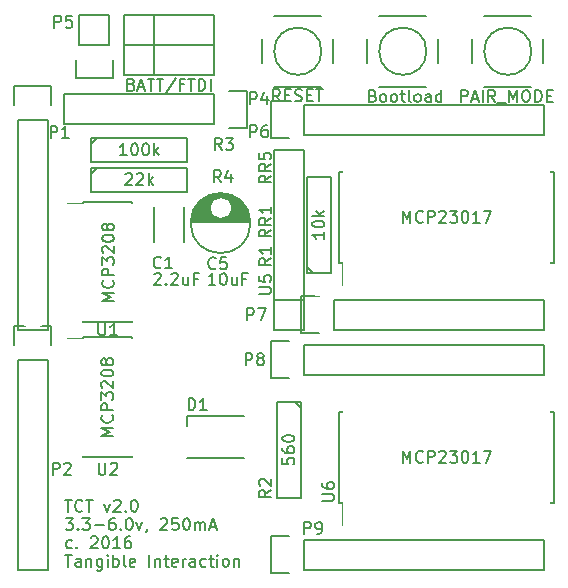
<source format=gto>
G04 #@! TF.FileFunction,Legend,Top*
%FSLAX46Y46*%
G04 Gerber Fmt 4.6, Leading zero omitted, Abs format (unit mm)*
G04 Created by KiCad (PCBNEW 4.0.2-stable) date Thursday, August 11, 2016 'amt' 01:11:01 am*
%MOMM*%
G01*
G04 APERTURE LIST*
%ADD10C,0.100000*%
%ADD11C,0.150000*%
%ADD12R,2.432000X2.432000*%
%ADD13O,2.432000X2.432000*%
%ADD14R,1.000000X2.400000*%
%ADD15R,1.700000X1.700000*%
%ADD16C,1.700000*%
%ADD17C,1.797000*%
%ADD18C,1.924000*%
%ADD19R,2.127200X2.432000*%
%ADD20O,2.127200X2.432000*%
%ADD21R,1.797000X1.797000*%
%ADD22R,1.700000X1.100000*%
%ADD23R,2.432000X2.127200*%
%ADD24O,2.432000X2.127200*%
%ADD25R,1.900000X1.000000*%
G04 APERTURE END LIST*
D10*
D11*
X4235438Y-41704381D02*
X4806867Y-41704381D01*
X4521152Y-42704381D02*
X4521152Y-41704381D01*
X5711629Y-42609143D02*
X5664010Y-42656762D01*
X5521153Y-42704381D01*
X5425915Y-42704381D01*
X5283057Y-42656762D01*
X5187819Y-42561524D01*
X5140200Y-42466286D01*
X5092581Y-42275810D01*
X5092581Y-42132952D01*
X5140200Y-41942476D01*
X5187819Y-41847238D01*
X5283057Y-41752000D01*
X5425915Y-41704381D01*
X5521153Y-41704381D01*
X5664010Y-41752000D01*
X5711629Y-41799619D01*
X5997343Y-41704381D02*
X6568772Y-41704381D01*
X6283057Y-42704381D02*
X6283057Y-41704381D01*
X7568772Y-42037714D02*
X7806867Y-42704381D01*
X8044963Y-42037714D01*
X8378296Y-41799619D02*
X8425915Y-41752000D01*
X8521153Y-41704381D01*
X8759249Y-41704381D01*
X8854487Y-41752000D01*
X8902106Y-41799619D01*
X8949725Y-41894857D01*
X8949725Y-41990095D01*
X8902106Y-42132952D01*
X8330677Y-42704381D01*
X8949725Y-42704381D01*
X9378296Y-42609143D02*
X9425915Y-42656762D01*
X9378296Y-42704381D01*
X9330677Y-42656762D01*
X9378296Y-42609143D01*
X9378296Y-42704381D01*
X10044962Y-41704381D02*
X10140201Y-41704381D01*
X10235439Y-41752000D01*
X10283058Y-41799619D01*
X10330677Y-41894857D01*
X10378296Y-42085333D01*
X10378296Y-42323429D01*
X10330677Y-42513905D01*
X10283058Y-42609143D01*
X10235439Y-42656762D01*
X10140201Y-42704381D01*
X10044962Y-42704381D01*
X9949724Y-42656762D01*
X9902105Y-42609143D01*
X9854486Y-42513905D01*
X9806867Y-42323429D01*
X9806867Y-42085333D01*
X9854486Y-41894857D01*
X9902105Y-41799619D01*
X9949724Y-41752000D01*
X10044962Y-41704381D01*
X4283057Y-43254381D02*
X4902105Y-43254381D01*
X4568771Y-43635333D01*
X4711629Y-43635333D01*
X4806867Y-43682952D01*
X4854486Y-43730571D01*
X4902105Y-43825810D01*
X4902105Y-44063905D01*
X4854486Y-44159143D01*
X4806867Y-44206762D01*
X4711629Y-44254381D01*
X4425914Y-44254381D01*
X4330676Y-44206762D01*
X4283057Y-44159143D01*
X5330676Y-44159143D02*
X5378295Y-44206762D01*
X5330676Y-44254381D01*
X5283057Y-44206762D01*
X5330676Y-44159143D01*
X5330676Y-44254381D01*
X5711628Y-43254381D02*
X6330676Y-43254381D01*
X5997342Y-43635333D01*
X6140200Y-43635333D01*
X6235438Y-43682952D01*
X6283057Y-43730571D01*
X6330676Y-43825810D01*
X6330676Y-44063905D01*
X6283057Y-44159143D01*
X6235438Y-44206762D01*
X6140200Y-44254381D01*
X5854485Y-44254381D01*
X5759247Y-44206762D01*
X5711628Y-44159143D01*
X6759247Y-43873429D02*
X7521152Y-43873429D01*
X8425914Y-43254381D02*
X8235437Y-43254381D01*
X8140199Y-43302000D01*
X8092580Y-43349619D01*
X7997342Y-43492476D01*
X7949723Y-43682952D01*
X7949723Y-44063905D01*
X7997342Y-44159143D01*
X8044961Y-44206762D01*
X8140199Y-44254381D01*
X8330676Y-44254381D01*
X8425914Y-44206762D01*
X8473533Y-44159143D01*
X8521152Y-44063905D01*
X8521152Y-43825810D01*
X8473533Y-43730571D01*
X8425914Y-43682952D01*
X8330676Y-43635333D01*
X8140199Y-43635333D01*
X8044961Y-43682952D01*
X7997342Y-43730571D01*
X7949723Y-43825810D01*
X8949723Y-44159143D02*
X8997342Y-44206762D01*
X8949723Y-44254381D01*
X8902104Y-44206762D01*
X8949723Y-44159143D01*
X8949723Y-44254381D01*
X9616389Y-43254381D02*
X9711628Y-43254381D01*
X9806866Y-43302000D01*
X9854485Y-43349619D01*
X9902104Y-43444857D01*
X9949723Y-43635333D01*
X9949723Y-43873429D01*
X9902104Y-44063905D01*
X9854485Y-44159143D01*
X9806866Y-44206762D01*
X9711628Y-44254381D01*
X9616389Y-44254381D01*
X9521151Y-44206762D01*
X9473532Y-44159143D01*
X9425913Y-44063905D01*
X9378294Y-43873429D01*
X9378294Y-43635333D01*
X9425913Y-43444857D01*
X9473532Y-43349619D01*
X9521151Y-43302000D01*
X9616389Y-43254381D01*
X10283056Y-43587714D02*
X10521151Y-44254381D01*
X10759247Y-43587714D01*
X11187818Y-44206762D02*
X11187818Y-44254381D01*
X11140199Y-44349619D01*
X11092580Y-44397238D01*
X12330675Y-43349619D02*
X12378294Y-43302000D01*
X12473532Y-43254381D01*
X12711628Y-43254381D01*
X12806866Y-43302000D01*
X12854485Y-43349619D01*
X12902104Y-43444857D01*
X12902104Y-43540095D01*
X12854485Y-43682952D01*
X12283056Y-44254381D01*
X12902104Y-44254381D01*
X13806866Y-43254381D02*
X13330675Y-43254381D01*
X13283056Y-43730571D01*
X13330675Y-43682952D01*
X13425913Y-43635333D01*
X13664009Y-43635333D01*
X13759247Y-43682952D01*
X13806866Y-43730571D01*
X13854485Y-43825810D01*
X13854485Y-44063905D01*
X13806866Y-44159143D01*
X13759247Y-44206762D01*
X13664009Y-44254381D01*
X13425913Y-44254381D01*
X13330675Y-44206762D01*
X13283056Y-44159143D01*
X14473532Y-43254381D02*
X14568771Y-43254381D01*
X14664009Y-43302000D01*
X14711628Y-43349619D01*
X14759247Y-43444857D01*
X14806866Y-43635333D01*
X14806866Y-43873429D01*
X14759247Y-44063905D01*
X14711628Y-44159143D01*
X14664009Y-44206762D01*
X14568771Y-44254381D01*
X14473532Y-44254381D01*
X14378294Y-44206762D01*
X14330675Y-44159143D01*
X14283056Y-44063905D01*
X14235437Y-43873429D01*
X14235437Y-43635333D01*
X14283056Y-43444857D01*
X14330675Y-43349619D01*
X14378294Y-43302000D01*
X14473532Y-43254381D01*
X15235437Y-44254381D02*
X15235437Y-43587714D01*
X15235437Y-43682952D02*
X15283056Y-43635333D01*
X15378294Y-43587714D01*
X15521152Y-43587714D01*
X15616390Y-43635333D01*
X15664009Y-43730571D01*
X15664009Y-44254381D01*
X15664009Y-43730571D02*
X15711628Y-43635333D01*
X15806866Y-43587714D01*
X15949723Y-43587714D01*
X16044961Y-43635333D01*
X16092580Y-43730571D01*
X16092580Y-44254381D01*
X16521151Y-43968667D02*
X16997342Y-43968667D01*
X16425913Y-44254381D02*
X16759246Y-43254381D01*
X17092580Y-44254381D01*
X4806867Y-45756762D02*
X4711629Y-45804381D01*
X4521152Y-45804381D01*
X4425914Y-45756762D01*
X4378295Y-45709143D01*
X4330676Y-45613905D01*
X4330676Y-45328190D01*
X4378295Y-45232952D01*
X4425914Y-45185333D01*
X4521152Y-45137714D01*
X4711629Y-45137714D01*
X4806867Y-45185333D01*
X5235438Y-45709143D02*
X5283057Y-45756762D01*
X5235438Y-45804381D01*
X5187819Y-45756762D01*
X5235438Y-45709143D01*
X5235438Y-45804381D01*
X6425914Y-44899619D02*
X6473533Y-44852000D01*
X6568771Y-44804381D01*
X6806867Y-44804381D01*
X6902105Y-44852000D01*
X6949724Y-44899619D01*
X6997343Y-44994857D01*
X6997343Y-45090095D01*
X6949724Y-45232952D01*
X6378295Y-45804381D01*
X6997343Y-45804381D01*
X7616390Y-44804381D02*
X7711629Y-44804381D01*
X7806867Y-44852000D01*
X7854486Y-44899619D01*
X7902105Y-44994857D01*
X7949724Y-45185333D01*
X7949724Y-45423429D01*
X7902105Y-45613905D01*
X7854486Y-45709143D01*
X7806867Y-45756762D01*
X7711629Y-45804381D01*
X7616390Y-45804381D01*
X7521152Y-45756762D01*
X7473533Y-45709143D01*
X7425914Y-45613905D01*
X7378295Y-45423429D01*
X7378295Y-45185333D01*
X7425914Y-44994857D01*
X7473533Y-44899619D01*
X7521152Y-44852000D01*
X7616390Y-44804381D01*
X8902105Y-45804381D02*
X8330676Y-45804381D01*
X8616390Y-45804381D02*
X8616390Y-44804381D01*
X8521152Y-44947238D01*
X8425914Y-45042476D01*
X8330676Y-45090095D01*
X9759248Y-44804381D02*
X9568771Y-44804381D01*
X9473533Y-44852000D01*
X9425914Y-44899619D01*
X9330676Y-45042476D01*
X9283057Y-45232952D01*
X9283057Y-45613905D01*
X9330676Y-45709143D01*
X9378295Y-45756762D01*
X9473533Y-45804381D01*
X9664010Y-45804381D01*
X9759248Y-45756762D01*
X9806867Y-45709143D01*
X9854486Y-45613905D01*
X9854486Y-45375810D01*
X9806867Y-45280571D01*
X9759248Y-45232952D01*
X9664010Y-45185333D01*
X9473533Y-45185333D01*
X9378295Y-45232952D01*
X9330676Y-45280571D01*
X9283057Y-45375810D01*
X4235438Y-46354381D02*
X4806867Y-46354381D01*
X4521152Y-47354381D02*
X4521152Y-46354381D01*
X5568772Y-47354381D02*
X5568772Y-46830571D01*
X5521153Y-46735333D01*
X5425915Y-46687714D01*
X5235438Y-46687714D01*
X5140200Y-46735333D01*
X5568772Y-47306762D02*
X5473534Y-47354381D01*
X5235438Y-47354381D01*
X5140200Y-47306762D01*
X5092581Y-47211524D01*
X5092581Y-47116286D01*
X5140200Y-47021048D01*
X5235438Y-46973429D01*
X5473534Y-46973429D01*
X5568772Y-46925810D01*
X6044962Y-46687714D02*
X6044962Y-47354381D01*
X6044962Y-46782952D02*
X6092581Y-46735333D01*
X6187819Y-46687714D01*
X6330677Y-46687714D01*
X6425915Y-46735333D01*
X6473534Y-46830571D01*
X6473534Y-47354381D01*
X7378296Y-46687714D02*
X7378296Y-47497238D01*
X7330677Y-47592476D01*
X7283058Y-47640095D01*
X7187819Y-47687714D01*
X7044962Y-47687714D01*
X6949724Y-47640095D01*
X7378296Y-47306762D02*
X7283058Y-47354381D01*
X7092581Y-47354381D01*
X6997343Y-47306762D01*
X6949724Y-47259143D01*
X6902105Y-47163905D01*
X6902105Y-46878190D01*
X6949724Y-46782952D01*
X6997343Y-46735333D01*
X7092581Y-46687714D01*
X7283058Y-46687714D01*
X7378296Y-46735333D01*
X7854486Y-47354381D02*
X7854486Y-46687714D01*
X7854486Y-46354381D02*
X7806867Y-46402000D01*
X7854486Y-46449619D01*
X7902105Y-46402000D01*
X7854486Y-46354381D01*
X7854486Y-46449619D01*
X8330676Y-47354381D02*
X8330676Y-46354381D01*
X8330676Y-46735333D02*
X8425914Y-46687714D01*
X8616391Y-46687714D01*
X8711629Y-46735333D01*
X8759248Y-46782952D01*
X8806867Y-46878190D01*
X8806867Y-47163905D01*
X8759248Y-47259143D01*
X8711629Y-47306762D01*
X8616391Y-47354381D01*
X8425914Y-47354381D01*
X8330676Y-47306762D01*
X9378295Y-47354381D02*
X9283057Y-47306762D01*
X9235438Y-47211524D01*
X9235438Y-46354381D01*
X10140201Y-47306762D02*
X10044963Y-47354381D01*
X9854486Y-47354381D01*
X9759248Y-47306762D01*
X9711629Y-47211524D01*
X9711629Y-46830571D01*
X9759248Y-46735333D01*
X9854486Y-46687714D01*
X10044963Y-46687714D01*
X10140201Y-46735333D01*
X10187820Y-46830571D01*
X10187820Y-46925810D01*
X9711629Y-47021048D01*
X11378296Y-47354381D02*
X11378296Y-46354381D01*
X11854486Y-46687714D02*
X11854486Y-47354381D01*
X11854486Y-46782952D02*
X11902105Y-46735333D01*
X11997343Y-46687714D01*
X12140201Y-46687714D01*
X12235439Y-46735333D01*
X12283058Y-46830571D01*
X12283058Y-47354381D01*
X12616391Y-46687714D02*
X12997343Y-46687714D01*
X12759248Y-46354381D02*
X12759248Y-47211524D01*
X12806867Y-47306762D01*
X12902105Y-47354381D01*
X12997343Y-47354381D01*
X13711630Y-47306762D02*
X13616392Y-47354381D01*
X13425915Y-47354381D01*
X13330677Y-47306762D01*
X13283058Y-47211524D01*
X13283058Y-46830571D01*
X13330677Y-46735333D01*
X13425915Y-46687714D01*
X13616392Y-46687714D01*
X13711630Y-46735333D01*
X13759249Y-46830571D01*
X13759249Y-46925810D01*
X13283058Y-47021048D01*
X14187820Y-47354381D02*
X14187820Y-46687714D01*
X14187820Y-46878190D02*
X14235439Y-46782952D01*
X14283058Y-46735333D01*
X14378296Y-46687714D01*
X14473535Y-46687714D01*
X15235440Y-47354381D02*
X15235440Y-46830571D01*
X15187821Y-46735333D01*
X15092583Y-46687714D01*
X14902106Y-46687714D01*
X14806868Y-46735333D01*
X15235440Y-47306762D02*
X15140202Y-47354381D01*
X14902106Y-47354381D01*
X14806868Y-47306762D01*
X14759249Y-47211524D01*
X14759249Y-47116286D01*
X14806868Y-47021048D01*
X14902106Y-46973429D01*
X15140202Y-46973429D01*
X15235440Y-46925810D01*
X16140202Y-47306762D02*
X16044964Y-47354381D01*
X15854487Y-47354381D01*
X15759249Y-47306762D01*
X15711630Y-47259143D01*
X15664011Y-47163905D01*
X15664011Y-46878190D01*
X15711630Y-46782952D01*
X15759249Y-46735333D01*
X15854487Y-46687714D01*
X16044964Y-46687714D01*
X16140202Y-46735333D01*
X16425916Y-46687714D02*
X16806868Y-46687714D01*
X16568773Y-46354381D02*
X16568773Y-47211524D01*
X16616392Y-47306762D01*
X16711630Y-47354381D01*
X16806868Y-47354381D01*
X17140202Y-47354381D02*
X17140202Y-46687714D01*
X17140202Y-46354381D02*
X17092583Y-46402000D01*
X17140202Y-46449619D01*
X17187821Y-46402000D01*
X17140202Y-46354381D01*
X17140202Y-46449619D01*
X17759249Y-47354381D02*
X17664011Y-47306762D01*
X17616392Y-47259143D01*
X17568773Y-47163905D01*
X17568773Y-46878190D01*
X17616392Y-46782952D01*
X17664011Y-46735333D01*
X17759249Y-46687714D01*
X17902107Y-46687714D01*
X17997345Y-46735333D01*
X18044964Y-46782952D01*
X18092583Y-46878190D01*
X18092583Y-47163905D01*
X18044964Y-47259143D01*
X17997345Y-47306762D01*
X17902107Y-47354381D01*
X17759249Y-47354381D01*
X18521154Y-46687714D02*
X18521154Y-47354381D01*
X18521154Y-46782952D02*
X18568773Y-46735333D01*
X18664011Y-46687714D01*
X18806869Y-46687714D01*
X18902107Y-46735333D01*
X18949726Y-46830571D01*
X18949726Y-47354381D01*
X8255600Y-5995000D02*
X8255600Y-4445000D01*
X7975600Y-635000D02*
X7975600Y-3175000D01*
X7975600Y-3175000D02*
X5435600Y-3175000D01*
X5155600Y-4445000D02*
X5155600Y-5995000D01*
X5155600Y-5995000D02*
X8255600Y-5995000D01*
X5435600Y-3175000D02*
X5435600Y-635000D01*
X5435600Y-635000D02*
X7975600Y-635000D01*
X27400200Y-21655000D02*
X27745200Y-21655000D01*
X27400200Y-13905000D02*
X27745200Y-13905000D01*
X45650200Y-13905000D02*
X45305200Y-13905000D01*
X45650200Y-21655000D02*
X45305200Y-21655000D01*
X27400200Y-21655000D02*
X27400200Y-13905000D01*
X45650200Y-21655000D02*
X45650200Y-13905000D01*
X27745200Y-21655000D02*
X27745200Y-23480000D01*
X14900000Y-18193000D02*
X19898000Y-18193000D01*
X14908000Y-18053000D02*
X19890000Y-18053000D01*
X14924000Y-17913000D02*
X17304000Y-17913000D01*
X17494000Y-17913000D02*
X19874000Y-17913000D01*
X14948000Y-17773000D02*
X16909000Y-17773000D01*
X17889000Y-17773000D02*
X19850000Y-17773000D01*
X14981000Y-17633000D02*
X16742000Y-17633000D01*
X18056000Y-17633000D02*
X19817000Y-17633000D01*
X15022000Y-17493000D02*
X16635000Y-17493000D01*
X18163000Y-17493000D02*
X19776000Y-17493000D01*
X15072000Y-17353000D02*
X16564000Y-17353000D01*
X18234000Y-17353000D02*
X19726000Y-17353000D01*
X15133000Y-17213000D02*
X16520000Y-17213000D01*
X18278000Y-17213000D02*
X19665000Y-17213000D01*
X15203000Y-17073000D02*
X16501000Y-17073000D01*
X18297000Y-17073000D02*
X19595000Y-17073000D01*
X15285000Y-16933000D02*
X16503000Y-16933000D01*
X18295000Y-16933000D02*
X19513000Y-16933000D01*
X15380000Y-16793000D02*
X16528000Y-16793000D01*
X18270000Y-16793000D02*
X19418000Y-16793000D01*
X15491000Y-16653000D02*
X16576000Y-16653000D01*
X18222000Y-16653000D02*
X19307000Y-16653000D01*
X15619000Y-16513000D02*
X16654000Y-16513000D01*
X18144000Y-16513000D02*
X19179000Y-16513000D01*
X15768000Y-16373000D02*
X16771000Y-16373000D01*
X18027000Y-16373000D02*
X19030000Y-16373000D01*
X15947000Y-16233000D02*
X16959000Y-16233000D01*
X17839000Y-16233000D02*
X18851000Y-16233000D01*
X16166000Y-16093000D02*
X18632000Y-16093000D01*
X16455000Y-15953000D02*
X18343000Y-15953000D01*
X16927000Y-15813000D02*
X17871000Y-15813000D01*
X18299000Y-17018000D02*
G75*
G03X18299000Y-17018000I-900000J0D01*
G01*
X19936500Y-18268000D02*
G75*
G03X19936500Y-18268000I-2537500J0D01*
G01*
X25940700Y-3719000D02*
G75*
G03X25940700Y-3719000I-2000000J0D01*
G01*
X21940700Y-719000D02*
X25940700Y-719000D01*
X26940700Y-2719000D02*
X26940700Y-4719000D01*
X25940700Y-6719000D02*
X21940700Y-6719000D01*
X20940700Y-2719000D02*
X20940700Y-4719000D01*
X11780200Y-19895000D02*
X11780200Y-16895000D01*
X14280200Y-16895000D02*
X14280200Y-19895000D01*
X27400200Y-41975000D02*
X27745200Y-41975000D01*
X27400200Y-34225000D02*
X27745200Y-34225000D01*
X45650200Y-34225000D02*
X45305200Y-34225000D01*
X45650200Y-41975000D02*
X45305200Y-41975000D01*
X27400200Y-41975000D02*
X27400200Y-34225000D01*
X45650200Y-41975000D02*
X45650200Y-34225000D01*
X27745200Y-41975000D02*
X27745200Y-43800000D01*
X5435600Y-14605000D02*
X6451600Y-14605000D01*
X6451600Y-14605000D02*
X6451600Y-13589000D01*
X6451600Y-13589000D02*
X14579600Y-13589000D01*
X14579600Y-13589000D02*
X14579600Y-15621000D01*
X14579600Y-15621000D02*
X6451600Y-15621000D01*
X6451600Y-15621000D02*
X6451600Y-14605000D01*
X6451600Y-14097000D02*
X6959600Y-13589000D01*
X15595600Y-14605000D02*
X14579600Y-14605000D01*
X16840200Y-9906000D02*
X4140200Y-9906000D01*
X4140200Y-9906000D02*
X4140200Y-7366000D01*
X4140200Y-7366000D02*
X16840200Y-7366000D01*
X19660200Y-10186000D02*
X18110200Y-10186000D01*
X16840200Y-9906000D02*
X16840200Y-7366000D01*
X18110200Y-7086000D02*
X19660200Y-7086000D01*
X19660200Y-7086000D02*
X19660200Y-10186000D01*
X25730200Y-23495000D02*
X25730200Y-22479000D01*
X25730200Y-22479000D02*
X24714200Y-22479000D01*
X24714200Y-22479000D02*
X24714200Y-14351000D01*
X24714200Y-14351000D02*
X26746200Y-14351000D01*
X26746200Y-14351000D02*
X26746200Y-22479000D01*
X26746200Y-22479000D02*
X25730200Y-22479000D01*
X25222200Y-22479000D02*
X24714200Y-21971000D01*
X25730200Y-13335000D02*
X25730200Y-14351000D01*
X9245600Y-5715000D02*
X9245600Y-3175000D01*
X9245600Y-3175000D02*
X16865600Y-3175000D01*
X16865600Y-3175000D02*
X16865600Y-5715000D01*
X16865600Y-5715000D02*
X9245600Y-5715000D01*
X11785600Y-3175000D02*
X11785600Y-5715000D01*
X14518200Y-34565000D02*
X14518200Y-35465000D01*
X14518200Y-38165000D02*
X19418200Y-38165000D01*
X19418200Y-34565000D02*
X14518200Y-34565000D01*
X228600Y-9525000D02*
X228600Y-27305000D01*
X228600Y-27305000D02*
X2768600Y-27305000D01*
X2768600Y-27305000D02*
X2768600Y-9525000D01*
X-51400Y-6705000D02*
X-51400Y-8255000D01*
X228600Y-9525000D02*
X2768600Y-9525000D01*
X3048600Y-8255000D02*
X3048600Y-6705000D01*
X3048600Y-6705000D02*
X-51400Y-6705000D01*
X228600Y-29845000D02*
X228600Y-47625000D01*
X228600Y-47625000D02*
X2768600Y-47625000D01*
X2768600Y-47625000D02*
X2768600Y-29845000D01*
X-51400Y-27025000D02*
X-51400Y-28575000D01*
X228600Y-29845000D02*
X2768600Y-29845000D01*
X3048600Y-28575000D02*
X3048600Y-27025000D01*
X3048600Y-27025000D02*
X-51400Y-27025000D01*
X24460200Y-10795000D02*
X44780200Y-10795000D01*
X44780200Y-10795000D02*
X44780200Y-8255000D01*
X44780200Y-8255000D02*
X24460200Y-8255000D01*
X21640200Y-11075000D02*
X23190200Y-11075000D01*
X24460200Y-10795000D02*
X24460200Y-8255000D01*
X23190200Y-7975000D02*
X21640200Y-7975000D01*
X21640200Y-7975000D02*
X21640200Y-11075000D01*
X27000200Y-27305000D02*
X44780200Y-27305000D01*
X44780200Y-27305000D02*
X44780200Y-24765000D01*
X44780200Y-24765000D02*
X27000200Y-24765000D01*
X24180200Y-27585000D02*
X25730200Y-27585000D01*
X27000200Y-27305000D02*
X27000200Y-24765000D01*
X25730200Y-24485000D02*
X24180200Y-24485000D01*
X24180200Y-24485000D02*
X24180200Y-27585000D01*
X24460200Y-31115000D02*
X44780200Y-31115000D01*
X44780200Y-31115000D02*
X44780200Y-28575000D01*
X44780200Y-28575000D02*
X24460200Y-28575000D01*
X21640200Y-31395000D02*
X23190200Y-31395000D01*
X24460200Y-31115000D02*
X24460200Y-28575000D01*
X23190200Y-28295000D02*
X21640200Y-28295000D01*
X21640200Y-28295000D02*
X21640200Y-31395000D01*
X24460200Y-47625000D02*
X44780200Y-47625000D01*
X44780200Y-47625000D02*
X44780200Y-45085000D01*
X44780200Y-45085000D02*
X24460200Y-45085000D01*
X21640200Y-47905000D02*
X23190200Y-47905000D01*
X24460200Y-47625000D02*
X24460200Y-45085000D01*
X23190200Y-44805000D02*
X21640200Y-44805000D01*
X21640200Y-44805000D02*
X21640200Y-47905000D01*
X23190200Y-32385000D02*
X23190200Y-33401000D01*
X23190200Y-33401000D02*
X24206200Y-33401000D01*
X24206200Y-33401000D02*
X24206200Y-41529000D01*
X24206200Y-41529000D02*
X22174200Y-41529000D01*
X22174200Y-41529000D02*
X22174200Y-33401000D01*
X22174200Y-33401000D02*
X23190200Y-33401000D01*
X23698200Y-33401000D02*
X24206200Y-33909000D01*
X23190200Y-42545000D02*
X23190200Y-41529000D01*
X5435600Y-12065000D02*
X6451600Y-12065000D01*
X6451600Y-12065000D02*
X6451600Y-11049000D01*
X6451600Y-11049000D02*
X14579600Y-11049000D01*
X14579600Y-11049000D02*
X14579600Y-13081000D01*
X14579600Y-13081000D02*
X6451600Y-13081000D01*
X6451600Y-13081000D02*
X6451600Y-12065000D01*
X6451600Y-11557000D02*
X6959600Y-11049000D01*
X15595600Y-12065000D02*
X14579600Y-12065000D01*
X21920200Y-12065000D02*
X24460200Y-12065000D01*
X24460200Y-12065000D02*
X24460200Y-27305000D01*
X24460200Y-27305000D02*
X21920200Y-27305000D01*
X21920200Y-12065000D02*
X21920200Y-27305000D01*
X21920200Y-24765000D02*
X24460200Y-24765000D01*
X9245600Y-3175000D02*
X9245600Y-635000D01*
X9245600Y-635000D02*
X16865600Y-635000D01*
X16865600Y-635000D02*
X16865600Y-3175000D01*
X16865600Y-3175000D02*
X9245600Y-3175000D01*
X11785600Y-635000D02*
X11785600Y-3175000D01*
X5740600Y-16515000D02*
X5740600Y-16620000D01*
X9890600Y-16515000D02*
X9890600Y-16620000D01*
X9890600Y-26665000D02*
X9890600Y-26560000D01*
X5740600Y-26665000D02*
X5740600Y-26560000D01*
X5740600Y-16515000D02*
X9890600Y-16515000D01*
X5740600Y-26665000D02*
X9890600Y-26665000D01*
X5740600Y-16620000D02*
X4365600Y-16620000D01*
X5773600Y-27945000D02*
X5773600Y-28050000D01*
X9923600Y-27945000D02*
X9923600Y-28050000D01*
X9923600Y-38095000D02*
X9923600Y-37990000D01*
X5773600Y-38095000D02*
X5773600Y-37990000D01*
X5773600Y-27945000D02*
X9923600Y-27945000D01*
X5773600Y-38095000D02*
X9923600Y-38095000D01*
X5773600Y-28050000D02*
X4398600Y-28050000D01*
X34830700Y-3719000D02*
G75*
G03X34830700Y-3719000I-2000000J0D01*
G01*
X30830700Y-719000D02*
X34830700Y-719000D01*
X35830700Y-2719000D02*
X35830700Y-4719000D01*
X34830700Y-6719000D02*
X30830700Y-6719000D01*
X29830700Y-2719000D02*
X29830700Y-4719000D01*
X43720700Y-3719000D02*
G75*
G03X43720700Y-3719000I-2000000J0D01*
G01*
X39720700Y-719000D02*
X43720700Y-719000D01*
X44720700Y-2719000D02*
X44720700Y-4719000D01*
X43720700Y-6719000D02*
X39720700Y-6719000D01*
X38720700Y-2719000D02*
X38720700Y-4719000D01*
X3338605Y-1722381D02*
X3338605Y-722381D01*
X3719558Y-722381D01*
X3814796Y-770000D01*
X3862415Y-817619D01*
X3910034Y-912857D01*
X3910034Y-1055714D01*
X3862415Y-1150952D01*
X3814796Y-1198571D01*
X3719558Y-1246190D01*
X3338605Y-1246190D01*
X4814796Y-722381D02*
X4338605Y-722381D01*
X4290986Y-1198571D01*
X4338605Y-1150952D01*
X4433843Y-1103333D01*
X4671939Y-1103333D01*
X4767177Y-1150952D01*
X4814796Y-1198571D01*
X4862415Y-1293810D01*
X4862415Y-1531905D01*
X4814796Y-1627143D01*
X4767177Y-1674762D01*
X4671939Y-1722381D01*
X4433843Y-1722381D01*
X4338605Y-1674762D01*
X4290986Y-1627143D01*
X20674081Y-24256905D02*
X21483605Y-24256905D01*
X21578843Y-24209286D01*
X21626462Y-24161667D01*
X21674081Y-24066429D01*
X21674081Y-23875952D01*
X21626462Y-23780714D01*
X21578843Y-23733095D01*
X21483605Y-23685476D01*
X20674081Y-23685476D01*
X20674081Y-22733095D02*
X20674081Y-23209286D01*
X21150271Y-23256905D01*
X21102652Y-23209286D01*
X21055033Y-23114048D01*
X21055033Y-22875952D01*
X21102652Y-22780714D01*
X21150271Y-22733095D01*
X21245510Y-22685476D01*
X21483605Y-22685476D01*
X21578843Y-22733095D01*
X21626462Y-22780714D01*
X21674081Y-22875952D01*
X21674081Y-23114048D01*
X21626462Y-23209286D01*
X21578843Y-23256905D01*
X32810914Y-18232381D02*
X32810914Y-17232381D01*
X33144248Y-17946667D01*
X33477581Y-17232381D01*
X33477581Y-18232381D01*
X34525200Y-18137143D02*
X34477581Y-18184762D01*
X34334724Y-18232381D01*
X34239486Y-18232381D01*
X34096628Y-18184762D01*
X34001390Y-18089524D01*
X33953771Y-17994286D01*
X33906152Y-17803810D01*
X33906152Y-17660952D01*
X33953771Y-17470476D01*
X34001390Y-17375238D01*
X34096628Y-17280000D01*
X34239486Y-17232381D01*
X34334724Y-17232381D01*
X34477581Y-17280000D01*
X34525200Y-17327619D01*
X34953771Y-18232381D02*
X34953771Y-17232381D01*
X35334724Y-17232381D01*
X35429962Y-17280000D01*
X35477581Y-17327619D01*
X35525200Y-17422857D01*
X35525200Y-17565714D01*
X35477581Y-17660952D01*
X35429962Y-17708571D01*
X35334724Y-17756190D01*
X34953771Y-17756190D01*
X35906152Y-17327619D02*
X35953771Y-17280000D01*
X36049009Y-17232381D01*
X36287105Y-17232381D01*
X36382343Y-17280000D01*
X36429962Y-17327619D01*
X36477581Y-17422857D01*
X36477581Y-17518095D01*
X36429962Y-17660952D01*
X35858533Y-18232381D01*
X36477581Y-18232381D01*
X36810914Y-17232381D02*
X37429962Y-17232381D01*
X37096628Y-17613333D01*
X37239486Y-17613333D01*
X37334724Y-17660952D01*
X37382343Y-17708571D01*
X37429962Y-17803810D01*
X37429962Y-18041905D01*
X37382343Y-18137143D01*
X37334724Y-18184762D01*
X37239486Y-18232381D01*
X36953771Y-18232381D01*
X36858533Y-18184762D01*
X36810914Y-18137143D01*
X38049009Y-17232381D02*
X38144248Y-17232381D01*
X38239486Y-17280000D01*
X38287105Y-17327619D01*
X38334724Y-17422857D01*
X38382343Y-17613333D01*
X38382343Y-17851429D01*
X38334724Y-18041905D01*
X38287105Y-18137143D01*
X38239486Y-18184762D01*
X38144248Y-18232381D01*
X38049009Y-18232381D01*
X37953771Y-18184762D01*
X37906152Y-18137143D01*
X37858533Y-18041905D01*
X37810914Y-17851429D01*
X37810914Y-17613333D01*
X37858533Y-17422857D01*
X37906152Y-17327619D01*
X37953771Y-17280000D01*
X38049009Y-17232381D01*
X39334724Y-18232381D02*
X38763295Y-18232381D01*
X39049009Y-18232381D02*
X39049009Y-17232381D01*
X38953771Y-17375238D01*
X38858533Y-17470476D01*
X38763295Y-17518095D01*
X39668057Y-17232381D02*
X40334724Y-17232381D01*
X39906152Y-18232381D01*
X16978334Y-22074143D02*
X16930715Y-22121762D01*
X16787858Y-22169381D01*
X16692620Y-22169381D01*
X16549762Y-22121762D01*
X16454524Y-22026524D01*
X16406905Y-21931286D01*
X16359286Y-21740810D01*
X16359286Y-21597952D01*
X16406905Y-21407476D01*
X16454524Y-21312238D01*
X16549762Y-21217000D01*
X16692620Y-21169381D01*
X16787858Y-21169381D01*
X16930715Y-21217000D01*
X16978334Y-21264619D01*
X17883096Y-21169381D02*
X17406905Y-21169381D01*
X17359286Y-21645571D01*
X17406905Y-21597952D01*
X17502143Y-21550333D01*
X17740239Y-21550333D01*
X17835477Y-21597952D01*
X17883096Y-21645571D01*
X17930715Y-21740810D01*
X17930715Y-21978905D01*
X17883096Y-22074143D01*
X17835477Y-22121762D01*
X17740239Y-22169381D01*
X17502143Y-22169381D01*
X17406905Y-22121762D01*
X17359286Y-22074143D01*
X16962572Y-23502881D02*
X16391143Y-23502881D01*
X16676857Y-23502881D02*
X16676857Y-22502881D01*
X16581619Y-22645738D01*
X16486381Y-22740976D01*
X16391143Y-22788595D01*
X17581619Y-22502881D02*
X17676858Y-22502881D01*
X17772096Y-22550500D01*
X17819715Y-22598119D01*
X17867334Y-22693357D01*
X17914953Y-22883833D01*
X17914953Y-23121929D01*
X17867334Y-23312405D01*
X17819715Y-23407643D01*
X17772096Y-23455262D01*
X17676858Y-23502881D01*
X17581619Y-23502881D01*
X17486381Y-23455262D01*
X17438762Y-23407643D01*
X17391143Y-23312405D01*
X17343524Y-23121929D01*
X17343524Y-22883833D01*
X17391143Y-22693357D01*
X17438762Y-22598119D01*
X17486381Y-22550500D01*
X17581619Y-22502881D01*
X18772096Y-22836214D02*
X18772096Y-23502881D01*
X18343524Y-22836214D02*
X18343524Y-23360024D01*
X18391143Y-23455262D01*
X18486381Y-23502881D01*
X18629239Y-23502881D01*
X18724477Y-23455262D01*
X18772096Y-23407643D01*
X19581620Y-22979071D02*
X19248286Y-22979071D01*
X19248286Y-23502881D02*
X19248286Y-22502881D01*
X19724477Y-22502881D01*
X22436319Y-7945381D02*
X22102985Y-7469190D01*
X21864890Y-7945381D02*
X21864890Y-6945381D01*
X22245843Y-6945381D01*
X22341081Y-6993000D01*
X22388700Y-7040619D01*
X22436319Y-7135857D01*
X22436319Y-7278714D01*
X22388700Y-7373952D01*
X22341081Y-7421571D01*
X22245843Y-7469190D01*
X21864890Y-7469190D01*
X22864890Y-7421571D02*
X23198224Y-7421571D01*
X23341081Y-7945381D02*
X22864890Y-7945381D01*
X22864890Y-6945381D01*
X23341081Y-6945381D01*
X23722033Y-7897762D02*
X23864890Y-7945381D01*
X24102986Y-7945381D01*
X24198224Y-7897762D01*
X24245843Y-7850143D01*
X24293462Y-7754905D01*
X24293462Y-7659667D01*
X24245843Y-7564429D01*
X24198224Y-7516810D01*
X24102986Y-7469190D01*
X23912509Y-7421571D01*
X23817271Y-7373952D01*
X23769652Y-7326333D01*
X23722033Y-7231095D01*
X23722033Y-7135857D01*
X23769652Y-7040619D01*
X23817271Y-6993000D01*
X23912509Y-6945381D01*
X24150605Y-6945381D01*
X24293462Y-6993000D01*
X24722033Y-7421571D02*
X25055367Y-7421571D01*
X25198224Y-7945381D02*
X24722033Y-7945381D01*
X24722033Y-6945381D01*
X25198224Y-6945381D01*
X25483938Y-6945381D02*
X26055367Y-6945381D01*
X25769652Y-7945381D02*
X25769652Y-6945381D01*
X12355534Y-22010643D02*
X12307915Y-22058262D01*
X12165058Y-22105881D01*
X12069820Y-22105881D01*
X11926962Y-22058262D01*
X11831724Y-21963024D01*
X11784105Y-21867786D01*
X11736486Y-21677310D01*
X11736486Y-21534452D01*
X11784105Y-21343976D01*
X11831724Y-21248738D01*
X11926962Y-21153500D01*
X12069820Y-21105881D01*
X12165058Y-21105881D01*
X12307915Y-21153500D01*
X12355534Y-21201119D01*
X13307915Y-22105881D02*
X12736486Y-22105881D01*
X13022200Y-22105881D02*
X13022200Y-21105881D01*
X12926962Y-21248738D01*
X12831724Y-21343976D01*
X12736486Y-21391595D01*
X11784248Y-22598119D02*
X11831867Y-22550500D01*
X11927105Y-22502881D01*
X12165201Y-22502881D01*
X12260439Y-22550500D01*
X12308058Y-22598119D01*
X12355677Y-22693357D01*
X12355677Y-22788595D01*
X12308058Y-22931452D01*
X11736629Y-23502881D01*
X12355677Y-23502881D01*
X12784248Y-23407643D02*
X12831867Y-23455262D01*
X12784248Y-23502881D01*
X12736629Y-23455262D01*
X12784248Y-23407643D01*
X12784248Y-23502881D01*
X13212819Y-22598119D02*
X13260438Y-22550500D01*
X13355676Y-22502881D01*
X13593772Y-22502881D01*
X13689010Y-22550500D01*
X13736629Y-22598119D01*
X13784248Y-22693357D01*
X13784248Y-22788595D01*
X13736629Y-22931452D01*
X13165200Y-23502881D01*
X13784248Y-23502881D01*
X14641391Y-22836214D02*
X14641391Y-23502881D01*
X14212819Y-22836214D02*
X14212819Y-23360024D01*
X14260438Y-23455262D01*
X14355676Y-23502881D01*
X14498534Y-23502881D01*
X14593772Y-23455262D01*
X14641391Y-23407643D01*
X15450915Y-22979071D02*
X15117581Y-22979071D01*
X15117581Y-23502881D02*
X15117581Y-22502881D01*
X15593772Y-22502881D01*
X26008081Y-41782905D02*
X26817605Y-41782905D01*
X26912843Y-41735286D01*
X26960462Y-41687667D01*
X27008081Y-41592429D01*
X27008081Y-41401952D01*
X26960462Y-41306714D01*
X26912843Y-41259095D01*
X26817605Y-41211476D01*
X26008081Y-41211476D01*
X26008081Y-40306714D02*
X26008081Y-40497191D01*
X26055700Y-40592429D01*
X26103319Y-40640048D01*
X26246176Y-40735286D01*
X26436652Y-40782905D01*
X26817605Y-40782905D01*
X26912843Y-40735286D01*
X26960462Y-40687667D01*
X27008081Y-40592429D01*
X27008081Y-40401952D01*
X26960462Y-40306714D01*
X26912843Y-40259095D01*
X26817605Y-40211476D01*
X26579510Y-40211476D01*
X26484271Y-40259095D01*
X26436652Y-40306714D01*
X26389033Y-40401952D01*
X26389033Y-40592429D01*
X26436652Y-40687667D01*
X26484271Y-40735286D01*
X26579510Y-40782905D01*
X32810914Y-38552381D02*
X32810914Y-37552381D01*
X33144248Y-38266667D01*
X33477581Y-37552381D01*
X33477581Y-38552381D01*
X34525200Y-38457143D02*
X34477581Y-38504762D01*
X34334724Y-38552381D01*
X34239486Y-38552381D01*
X34096628Y-38504762D01*
X34001390Y-38409524D01*
X33953771Y-38314286D01*
X33906152Y-38123810D01*
X33906152Y-37980952D01*
X33953771Y-37790476D01*
X34001390Y-37695238D01*
X34096628Y-37600000D01*
X34239486Y-37552381D01*
X34334724Y-37552381D01*
X34477581Y-37600000D01*
X34525200Y-37647619D01*
X34953771Y-38552381D02*
X34953771Y-37552381D01*
X35334724Y-37552381D01*
X35429962Y-37600000D01*
X35477581Y-37647619D01*
X35525200Y-37742857D01*
X35525200Y-37885714D01*
X35477581Y-37980952D01*
X35429962Y-38028571D01*
X35334724Y-38076190D01*
X34953771Y-38076190D01*
X35906152Y-37647619D02*
X35953771Y-37600000D01*
X36049009Y-37552381D01*
X36287105Y-37552381D01*
X36382343Y-37600000D01*
X36429962Y-37647619D01*
X36477581Y-37742857D01*
X36477581Y-37838095D01*
X36429962Y-37980952D01*
X35858533Y-38552381D01*
X36477581Y-38552381D01*
X36810914Y-37552381D02*
X37429962Y-37552381D01*
X37096628Y-37933333D01*
X37239486Y-37933333D01*
X37334724Y-37980952D01*
X37382343Y-38028571D01*
X37429962Y-38123810D01*
X37429962Y-38361905D01*
X37382343Y-38457143D01*
X37334724Y-38504762D01*
X37239486Y-38552381D01*
X36953771Y-38552381D01*
X36858533Y-38504762D01*
X36810914Y-38457143D01*
X38049009Y-37552381D02*
X38144248Y-37552381D01*
X38239486Y-37600000D01*
X38287105Y-37647619D01*
X38334724Y-37742857D01*
X38382343Y-37933333D01*
X38382343Y-38171429D01*
X38334724Y-38361905D01*
X38287105Y-38457143D01*
X38239486Y-38504762D01*
X38144248Y-38552381D01*
X38049009Y-38552381D01*
X37953771Y-38504762D01*
X37906152Y-38457143D01*
X37858533Y-38361905D01*
X37810914Y-38171429D01*
X37810914Y-37933333D01*
X37858533Y-37742857D01*
X37906152Y-37647619D01*
X37953771Y-37600000D01*
X38049009Y-37552381D01*
X39334724Y-38552381D02*
X38763295Y-38552381D01*
X39049009Y-38552381D02*
X39049009Y-37552381D01*
X38953771Y-37695238D01*
X38858533Y-37790476D01*
X38763295Y-37838095D01*
X39668057Y-37552381D02*
X40334724Y-37552381D01*
X39906152Y-38552381D01*
X17435534Y-14803381D02*
X17102200Y-14327190D01*
X16864105Y-14803381D02*
X16864105Y-13803381D01*
X17245058Y-13803381D01*
X17340296Y-13851000D01*
X17387915Y-13898619D01*
X17435534Y-13993857D01*
X17435534Y-14136714D01*
X17387915Y-14231952D01*
X17340296Y-14279571D01*
X17245058Y-14327190D01*
X16864105Y-14327190D01*
X18292677Y-14136714D02*
X18292677Y-14803381D01*
X18054581Y-13755762D02*
X17816486Y-14470048D01*
X18435534Y-14470048D01*
X9348933Y-14152619D02*
X9396552Y-14105000D01*
X9491790Y-14057381D01*
X9729886Y-14057381D01*
X9825124Y-14105000D01*
X9872743Y-14152619D01*
X9920362Y-14247857D01*
X9920362Y-14343095D01*
X9872743Y-14485952D01*
X9301314Y-15057381D01*
X9920362Y-15057381D01*
X10301314Y-14152619D02*
X10348933Y-14105000D01*
X10444171Y-14057381D01*
X10682267Y-14057381D01*
X10777505Y-14105000D01*
X10825124Y-14152619D01*
X10872743Y-14247857D01*
X10872743Y-14343095D01*
X10825124Y-14485952D01*
X10253695Y-15057381D01*
X10872743Y-15057381D01*
X11301314Y-15057381D02*
X11301314Y-14057381D01*
X11396552Y-14676429D02*
X11682267Y-15057381D01*
X11682267Y-14390714D02*
X11301314Y-14771667D01*
X19912105Y-8199381D02*
X19912105Y-7199381D01*
X20293058Y-7199381D01*
X20388296Y-7247000D01*
X20435915Y-7294619D01*
X20483534Y-7389857D01*
X20483534Y-7532714D01*
X20435915Y-7627952D01*
X20388296Y-7675571D01*
X20293058Y-7723190D01*
X19912105Y-7723190D01*
X21340677Y-7532714D02*
X21340677Y-8199381D01*
X21102581Y-7151762D02*
X20864486Y-7866048D01*
X21483534Y-7866048D01*
X21674081Y-21248666D02*
X21197890Y-21582000D01*
X21674081Y-21820095D02*
X20674081Y-21820095D01*
X20674081Y-21439142D01*
X20721700Y-21343904D01*
X20769319Y-21296285D01*
X20864557Y-21248666D01*
X21007414Y-21248666D01*
X21102652Y-21296285D01*
X21150271Y-21343904D01*
X21197890Y-21439142D01*
X21197890Y-21820095D01*
X21674081Y-20296285D02*
X21674081Y-20867714D01*
X21674081Y-20582000D02*
X20674081Y-20582000D01*
X20816938Y-20677238D01*
X20912176Y-20772476D01*
X20959795Y-20867714D01*
X26182581Y-19010238D02*
X26182581Y-19581667D01*
X26182581Y-19295953D02*
X25182581Y-19295953D01*
X25325438Y-19391191D01*
X25420676Y-19486429D01*
X25468295Y-19581667D01*
X25182581Y-18391191D02*
X25182581Y-18295952D01*
X25230200Y-18200714D01*
X25277819Y-18153095D01*
X25373057Y-18105476D01*
X25563533Y-18057857D01*
X25801629Y-18057857D01*
X25992105Y-18105476D01*
X26087343Y-18153095D01*
X26134962Y-18200714D01*
X26182581Y-18295952D01*
X26182581Y-18391191D01*
X26134962Y-18486429D01*
X26087343Y-18534048D01*
X25992105Y-18581667D01*
X25801629Y-18629286D01*
X25563533Y-18629286D01*
X25373057Y-18581667D01*
X25277819Y-18534048D01*
X25230200Y-18486429D01*
X25182581Y-18391191D01*
X26182581Y-17629286D02*
X25182581Y-17629286D01*
X25801629Y-17534048D02*
X26182581Y-17248333D01*
X25515914Y-17248333D02*
X25896867Y-17629286D01*
X9839724Y-6532571D02*
X9982581Y-6580190D01*
X10030200Y-6627810D01*
X10077819Y-6723048D01*
X10077819Y-6865905D01*
X10030200Y-6961143D01*
X9982581Y-7008762D01*
X9887343Y-7056381D01*
X9506390Y-7056381D01*
X9506390Y-6056381D01*
X9839724Y-6056381D01*
X9934962Y-6104000D01*
X9982581Y-6151619D01*
X10030200Y-6246857D01*
X10030200Y-6342095D01*
X9982581Y-6437333D01*
X9934962Y-6484952D01*
X9839724Y-6532571D01*
X9506390Y-6532571D01*
X10458771Y-6770667D02*
X10934962Y-6770667D01*
X10363533Y-7056381D02*
X10696866Y-6056381D01*
X11030200Y-7056381D01*
X11220676Y-6056381D02*
X11792105Y-6056381D01*
X11506390Y-7056381D02*
X11506390Y-6056381D01*
X11982581Y-6056381D02*
X12554010Y-6056381D01*
X12268295Y-7056381D02*
X12268295Y-6056381D01*
X13601629Y-6008762D02*
X12744486Y-7294476D01*
X14268296Y-6532571D02*
X13934962Y-6532571D01*
X13934962Y-7056381D02*
X13934962Y-6056381D01*
X14411153Y-6056381D01*
X14649248Y-6056381D02*
X15220677Y-6056381D01*
X14934962Y-7056381D02*
X14934962Y-6056381D01*
X15554010Y-7056381D02*
X15554010Y-6056381D01*
X15792105Y-6056381D01*
X15934963Y-6104000D01*
X16030201Y-6199238D01*
X16077820Y-6294476D01*
X16125439Y-6484952D01*
X16125439Y-6627810D01*
X16077820Y-6818286D01*
X16030201Y-6913524D01*
X15934963Y-7008762D01*
X15792105Y-7056381D01*
X15554010Y-7056381D01*
X16554010Y-7056381D02*
X16554010Y-6056381D01*
X14705105Y-34107381D02*
X14705105Y-33107381D01*
X14943200Y-33107381D01*
X15086058Y-33155000D01*
X15181296Y-33250238D01*
X15228915Y-33345476D01*
X15276534Y-33535952D01*
X15276534Y-33678810D01*
X15228915Y-33869286D01*
X15181296Y-33964524D01*
X15086058Y-34059762D01*
X14943200Y-34107381D01*
X14705105Y-34107381D01*
X16228915Y-34107381D02*
X15657486Y-34107381D01*
X15943200Y-34107381D02*
X15943200Y-33107381D01*
X15847962Y-33250238D01*
X15752724Y-33345476D01*
X15657486Y-33393095D01*
X3021105Y-11056881D02*
X3021105Y-10056881D01*
X3402058Y-10056881D01*
X3497296Y-10104500D01*
X3544915Y-10152119D01*
X3592534Y-10247357D01*
X3592534Y-10390214D01*
X3544915Y-10485452D01*
X3497296Y-10533071D01*
X3402058Y-10580690D01*
X3021105Y-10580690D01*
X4544915Y-11056881D02*
X3973486Y-11056881D01*
X4259200Y-11056881D02*
X4259200Y-10056881D01*
X4163962Y-10199738D01*
X4068724Y-10294976D01*
X3973486Y-10342595D01*
X3211605Y-39568381D02*
X3211605Y-38568381D01*
X3592558Y-38568381D01*
X3687796Y-38616000D01*
X3735415Y-38663619D01*
X3783034Y-38758857D01*
X3783034Y-38901714D01*
X3735415Y-38996952D01*
X3687796Y-39044571D01*
X3592558Y-39092190D01*
X3211605Y-39092190D01*
X4163986Y-38663619D02*
X4211605Y-38616000D01*
X4306843Y-38568381D01*
X4544939Y-38568381D01*
X4640177Y-38616000D01*
X4687796Y-38663619D01*
X4735415Y-38758857D01*
X4735415Y-38854095D01*
X4687796Y-38996952D01*
X4116367Y-39568381D01*
X4735415Y-39568381D01*
X19912105Y-10993381D02*
X19912105Y-9993381D01*
X20293058Y-9993381D01*
X20388296Y-10041000D01*
X20435915Y-10088619D01*
X20483534Y-10183857D01*
X20483534Y-10326714D01*
X20435915Y-10421952D01*
X20388296Y-10469571D01*
X20293058Y-10517190D01*
X19912105Y-10517190D01*
X21340677Y-9993381D02*
X21150200Y-9993381D01*
X21054962Y-10041000D01*
X21007343Y-10088619D01*
X20912105Y-10231476D01*
X20864486Y-10421952D01*
X20864486Y-10802905D01*
X20912105Y-10898143D01*
X20959724Y-10945762D01*
X21054962Y-10993381D01*
X21245439Y-10993381D01*
X21340677Y-10945762D01*
X21388296Y-10898143D01*
X21435915Y-10802905D01*
X21435915Y-10564810D01*
X21388296Y-10469571D01*
X21340677Y-10421952D01*
X21245439Y-10374333D01*
X21054962Y-10374333D01*
X20959724Y-10421952D01*
X20912105Y-10469571D01*
X20864486Y-10564810D01*
X19658105Y-26487381D02*
X19658105Y-25487381D01*
X20039058Y-25487381D01*
X20134296Y-25535000D01*
X20181915Y-25582619D01*
X20229534Y-25677857D01*
X20229534Y-25820714D01*
X20181915Y-25915952D01*
X20134296Y-25963571D01*
X20039058Y-26011190D01*
X19658105Y-26011190D01*
X20562867Y-25487381D02*
X21229534Y-25487381D01*
X20800962Y-26487381D01*
X19531105Y-30297381D02*
X19531105Y-29297381D01*
X19912058Y-29297381D01*
X20007296Y-29345000D01*
X20054915Y-29392619D01*
X20102534Y-29487857D01*
X20102534Y-29630714D01*
X20054915Y-29725952D01*
X20007296Y-29773571D01*
X19912058Y-29821190D01*
X19531105Y-29821190D01*
X20673962Y-29725952D02*
X20578724Y-29678333D01*
X20531105Y-29630714D01*
X20483486Y-29535476D01*
X20483486Y-29487857D01*
X20531105Y-29392619D01*
X20578724Y-29345000D01*
X20673962Y-29297381D01*
X20864439Y-29297381D01*
X20959677Y-29345000D01*
X21007296Y-29392619D01*
X21054915Y-29487857D01*
X21054915Y-29535476D01*
X21007296Y-29630714D01*
X20959677Y-29678333D01*
X20864439Y-29725952D01*
X20673962Y-29725952D01*
X20578724Y-29773571D01*
X20531105Y-29821190D01*
X20483486Y-29916429D01*
X20483486Y-30106905D01*
X20531105Y-30202143D01*
X20578724Y-30249762D01*
X20673962Y-30297381D01*
X20864439Y-30297381D01*
X20959677Y-30249762D01*
X21007296Y-30202143D01*
X21054915Y-30106905D01*
X21054915Y-29916429D01*
X21007296Y-29821190D01*
X20959677Y-29773571D01*
X20864439Y-29725952D01*
X24484105Y-44584881D02*
X24484105Y-43584881D01*
X24865058Y-43584881D01*
X24960296Y-43632500D01*
X25007915Y-43680119D01*
X25055534Y-43775357D01*
X25055534Y-43918214D01*
X25007915Y-44013452D01*
X24960296Y-44061071D01*
X24865058Y-44108690D01*
X24484105Y-44108690D01*
X25531724Y-44584881D02*
X25722200Y-44584881D01*
X25817439Y-44537262D01*
X25865058Y-44489643D01*
X25960296Y-44346786D01*
X26007915Y-44156310D01*
X26007915Y-43775357D01*
X25960296Y-43680119D01*
X25912677Y-43632500D01*
X25817439Y-43584881D01*
X25626962Y-43584881D01*
X25531724Y-43632500D01*
X25484105Y-43680119D01*
X25436486Y-43775357D01*
X25436486Y-44013452D01*
X25484105Y-44108690D01*
X25531724Y-44156310D01*
X25626962Y-44203929D01*
X25817439Y-44203929D01*
X25912677Y-44156310D01*
X25960296Y-44108690D01*
X26007915Y-44013452D01*
X21674081Y-40870166D02*
X21197890Y-41203500D01*
X21674081Y-41441595D02*
X20674081Y-41441595D01*
X20674081Y-41060642D01*
X20721700Y-40965404D01*
X20769319Y-40917785D01*
X20864557Y-40870166D01*
X21007414Y-40870166D01*
X21102652Y-40917785D01*
X21150271Y-40965404D01*
X21197890Y-41060642D01*
X21197890Y-41441595D01*
X20769319Y-40489214D02*
X20721700Y-40441595D01*
X20674081Y-40346357D01*
X20674081Y-40108261D01*
X20721700Y-40013023D01*
X20769319Y-39965404D01*
X20864557Y-39917785D01*
X20959795Y-39917785D01*
X21102652Y-39965404D01*
X21674081Y-40536833D01*
X21674081Y-39917785D01*
X22642581Y-38179285D02*
X22642581Y-38655476D01*
X23118771Y-38703095D01*
X23071152Y-38655476D01*
X23023533Y-38560238D01*
X23023533Y-38322142D01*
X23071152Y-38226904D01*
X23118771Y-38179285D01*
X23214010Y-38131666D01*
X23452105Y-38131666D01*
X23547343Y-38179285D01*
X23594962Y-38226904D01*
X23642581Y-38322142D01*
X23642581Y-38560238D01*
X23594962Y-38655476D01*
X23547343Y-38703095D01*
X22642581Y-37274523D02*
X22642581Y-37465000D01*
X22690200Y-37560238D01*
X22737819Y-37607857D01*
X22880676Y-37703095D01*
X23071152Y-37750714D01*
X23452105Y-37750714D01*
X23547343Y-37703095D01*
X23594962Y-37655476D01*
X23642581Y-37560238D01*
X23642581Y-37369761D01*
X23594962Y-37274523D01*
X23547343Y-37226904D01*
X23452105Y-37179285D01*
X23214010Y-37179285D01*
X23118771Y-37226904D01*
X23071152Y-37274523D01*
X23023533Y-37369761D01*
X23023533Y-37560238D01*
X23071152Y-37655476D01*
X23118771Y-37703095D01*
X23214010Y-37750714D01*
X22642581Y-36560238D02*
X22642581Y-36464999D01*
X22690200Y-36369761D01*
X22737819Y-36322142D01*
X22833057Y-36274523D01*
X23023533Y-36226904D01*
X23261629Y-36226904D01*
X23452105Y-36274523D01*
X23547343Y-36322142D01*
X23594962Y-36369761D01*
X23642581Y-36464999D01*
X23642581Y-36560238D01*
X23594962Y-36655476D01*
X23547343Y-36703095D01*
X23452105Y-36750714D01*
X23261629Y-36798333D01*
X23023533Y-36798333D01*
X22833057Y-36750714D01*
X22737819Y-36703095D01*
X22690200Y-36655476D01*
X22642581Y-36560238D01*
X17499034Y-12072881D02*
X17165700Y-11596690D01*
X16927605Y-12072881D02*
X16927605Y-11072881D01*
X17308558Y-11072881D01*
X17403796Y-11120500D01*
X17451415Y-11168119D01*
X17499034Y-11263357D01*
X17499034Y-11406214D01*
X17451415Y-11501452D01*
X17403796Y-11549071D01*
X17308558Y-11596690D01*
X16927605Y-11596690D01*
X17832367Y-11072881D02*
X18451415Y-11072881D01*
X18118081Y-11453833D01*
X18260939Y-11453833D01*
X18356177Y-11501452D01*
X18403796Y-11549071D01*
X18451415Y-11644310D01*
X18451415Y-11882405D01*
X18403796Y-11977643D01*
X18356177Y-12025262D01*
X18260939Y-12072881D01*
X17975224Y-12072881D01*
X17879986Y-12025262D01*
X17832367Y-11977643D01*
X9444172Y-12517381D02*
X8872743Y-12517381D01*
X9158457Y-12517381D02*
X9158457Y-11517381D01*
X9063219Y-11660238D01*
X8967981Y-11755476D01*
X8872743Y-11803095D01*
X10063219Y-11517381D02*
X10158458Y-11517381D01*
X10253696Y-11565000D01*
X10301315Y-11612619D01*
X10348934Y-11707857D01*
X10396553Y-11898333D01*
X10396553Y-12136429D01*
X10348934Y-12326905D01*
X10301315Y-12422143D01*
X10253696Y-12469762D01*
X10158458Y-12517381D01*
X10063219Y-12517381D01*
X9967981Y-12469762D01*
X9920362Y-12422143D01*
X9872743Y-12326905D01*
X9825124Y-12136429D01*
X9825124Y-11898333D01*
X9872743Y-11707857D01*
X9920362Y-11612619D01*
X9967981Y-11565000D01*
X10063219Y-11517381D01*
X11015600Y-11517381D02*
X11110839Y-11517381D01*
X11206077Y-11565000D01*
X11253696Y-11612619D01*
X11301315Y-11707857D01*
X11348934Y-11898333D01*
X11348934Y-12136429D01*
X11301315Y-12326905D01*
X11253696Y-12422143D01*
X11206077Y-12469762D01*
X11110839Y-12517381D01*
X11015600Y-12517381D01*
X10920362Y-12469762D01*
X10872743Y-12422143D01*
X10825124Y-12326905D01*
X10777505Y-12136429D01*
X10777505Y-11898333D01*
X10825124Y-11707857D01*
X10872743Y-11612619D01*
X10920362Y-11565000D01*
X11015600Y-11517381D01*
X11777505Y-12517381D02*
X11777505Y-11517381D01*
X11872743Y-12136429D02*
X12158458Y-12517381D01*
X12158458Y-11850714D02*
X11777505Y-12231667D01*
X21674081Y-18827666D02*
X21197890Y-19161000D01*
X21674081Y-19399095D02*
X20674081Y-19399095D01*
X20674081Y-19018142D01*
X20721700Y-18922904D01*
X20769319Y-18875285D01*
X20864557Y-18827666D01*
X21007414Y-18827666D01*
X21102652Y-18875285D01*
X21150271Y-18922904D01*
X21197890Y-19018142D01*
X21197890Y-19399095D01*
X21674081Y-17827666D02*
X21197890Y-18161000D01*
X21674081Y-18399095D02*
X20674081Y-18399095D01*
X20674081Y-18018142D01*
X20721700Y-17922904D01*
X20769319Y-17875285D01*
X20864557Y-17827666D01*
X21007414Y-17827666D01*
X21102652Y-17875285D01*
X21150271Y-17922904D01*
X21197890Y-18018142D01*
X21197890Y-18399095D01*
X21674081Y-16875285D02*
X21674081Y-17446714D01*
X21674081Y-17161000D02*
X20674081Y-17161000D01*
X20816938Y-17256238D01*
X20912176Y-17351476D01*
X20959795Y-17446714D01*
X21674081Y-14255666D02*
X21197890Y-14589000D01*
X21674081Y-14827095D02*
X20674081Y-14827095D01*
X20674081Y-14446142D01*
X20721700Y-14350904D01*
X20769319Y-14303285D01*
X20864557Y-14255666D01*
X21007414Y-14255666D01*
X21102652Y-14303285D01*
X21150271Y-14350904D01*
X21197890Y-14446142D01*
X21197890Y-14827095D01*
X21674081Y-13255666D02*
X21197890Y-13589000D01*
X21674081Y-13827095D02*
X20674081Y-13827095D01*
X20674081Y-13446142D01*
X20721700Y-13350904D01*
X20769319Y-13303285D01*
X20864557Y-13255666D01*
X21007414Y-13255666D01*
X21102652Y-13303285D01*
X21150271Y-13350904D01*
X21197890Y-13446142D01*
X21197890Y-13827095D01*
X20674081Y-12350904D02*
X20674081Y-12827095D01*
X21150271Y-12874714D01*
X21102652Y-12827095D01*
X21055033Y-12731857D01*
X21055033Y-12493761D01*
X21102652Y-12398523D01*
X21150271Y-12350904D01*
X21245510Y-12303285D01*
X21483605Y-12303285D01*
X21578843Y-12350904D01*
X21626462Y-12398523D01*
X21674081Y-12493761D01*
X21674081Y-12731857D01*
X21626462Y-12827095D01*
X21578843Y-12874714D01*
X7061295Y-26757381D02*
X7061295Y-27566905D01*
X7108914Y-27662143D01*
X7156533Y-27709762D01*
X7251771Y-27757381D01*
X7442248Y-27757381D01*
X7537486Y-27709762D01*
X7585105Y-27662143D01*
X7632724Y-27566905D01*
X7632724Y-26757381D01*
X8632724Y-27757381D02*
X8061295Y-27757381D01*
X8347009Y-27757381D02*
X8347009Y-26757381D01*
X8251771Y-26900238D01*
X8156533Y-26995476D01*
X8061295Y-27043095D01*
X8378161Y-24844533D02*
X7378161Y-24844533D01*
X8092447Y-24511199D01*
X7378161Y-24177866D01*
X8378161Y-24177866D01*
X8282923Y-23130247D02*
X8330542Y-23177866D01*
X8378161Y-23320723D01*
X8378161Y-23415961D01*
X8330542Y-23558819D01*
X8235304Y-23654057D01*
X8140066Y-23701676D01*
X7949590Y-23749295D01*
X7806732Y-23749295D01*
X7616256Y-23701676D01*
X7521018Y-23654057D01*
X7425780Y-23558819D01*
X7378161Y-23415961D01*
X7378161Y-23320723D01*
X7425780Y-23177866D01*
X7473399Y-23130247D01*
X8378161Y-22701676D02*
X7378161Y-22701676D01*
X7378161Y-22320723D01*
X7425780Y-22225485D01*
X7473399Y-22177866D01*
X7568637Y-22130247D01*
X7711494Y-22130247D01*
X7806732Y-22177866D01*
X7854351Y-22225485D01*
X7901970Y-22320723D01*
X7901970Y-22701676D01*
X7378161Y-21796914D02*
X7378161Y-21177866D01*
X7759113Y-21511200D01*
X7759113Y-21368342D01*
X7806732Y-21273104D01*
X7854351Y-21225485D01*
X7949590Y-21177866D01*
X8187685Y-21177866D01*
X8282923Y-21225485D01*
X8330542Y-21273104D01*
X8378161Y-21368342D01*
X8378161Y-21654057D01*
X8330542Y-21749295D01*
X8282923Y-21796914D01*
X7473399Y-20796914D02*
X7425780Y-20749295D01*
X7378161Y-20654057D01*
X7378161Y-20415961D01*
X7425780Y-20320723D01*
X7473399Y-20273104D01*
X7568637Y-20225485D01*
X7663875Y-20225485D01*
X7806732Y-20273104D01*
X8378161Y-20844533D01*
X8378161Y-20225485D01*
X7378161Y-19606438D02*
X7378161Y-19511199D01*
X7425780Y-19415961D01*
X7473399Y-19368342D01*
X7568637Y-19320723D01*
X7759113Y-19273104D01*
X7997209Y-19273104D01*
X8187685Y-19320723D01*
X8282923Y-19368342D01*
X8330542Y-19415961D01*
X8378161Y-19511199D01*
X8378161Y-19606438D01*
X8330542Y-19701676D01*
X8282923Y-19749295D01*
X8187685Y-19796914D01*
X7997209Y-19844533D01*
X7759113Y-19844533D01*
X7568637Y-19796914D01*
X7473399Y-19749295D01*
X7425780Y-19701676D01*
X7378161Y-19606438D01*
X7806732Y-18701676D02*
X7759113Y-18796914D01*
X7711494Y-18844533D01*
X7616256Y-18892152D01*
X7568637Y-18892152D01*
X7473399Y-18844533D01*
X7425780Y-18796914D01*
X7378161Y-18701676D01*
X7378161Y-18511199D01*
X7425780Y-18415961D01*
X7473399Y-18368342D01*
X7568637Y-18320723D01*
X7616256Y-18320723D01*
X7711494Y-18368342D01*
X7759113Y-18415961D01*
X7806732Y-18511199D01*
X7806732Y-18701676D01*
X7854351Y-18796914D01*
X7901970Y-18844533D01*
X7997209Y-18892152D01*
X8187685Y-18892152D01*
X8282923Y-18844533D01*
X8330542Y-18796914D01*
X8378161Y-18701676D01*
X8378161Y-18511199D01*
X8330542Y-18415961D01*
X8282923Y-18368342D01*
X8187685Y-18320723D01*
X7997209Y-18320723D01*
X7901970Y-18368342D01*
X7854351Y-18415961D01*
X7806732Y-18511199D01*
X7086695Y-38568381D02*
X7086695Y-39377905D01*
X7134314Y-39473143D01*
X7181933Y-39520762D01*
X7277171Y-39568381D01*
X7467648Y-39568381D01*
X7562886Y-39520762D01*
X7610505Y-39473143D01*
X7658124Y-39377905D01*
X7658124Y-38568381D01*
X8086695Y-38663619D02*
X8134314Y-38616000D01*
X8229552Y-38568381D01*
X8467648Y-38568381D01*
X8562886Y-38616000D01*
X8610505Y-38663619D01*
X8658124Y-38758857D01*
X8658124Y-38854095D01*
X8610505Y-38996952D01*
X8039076Y-39568381D01*
X8658124Y-39568381D01*
X8300981Y-36258095D02*
X7300981Y-36258095D01*
X8015267Y-35924761D01*
X7300981Y-35591428D01*
X8300981Y-35591428D01*
X8205743Y-34543809D02*
X8253362Y-34591428D01*
X8300981Y-34734285D01*
X8300981Y-34829523D01*
X8253362Y-34972381D01*
X8158124Y-35067619D01*
X8062886Y-35115238D01*
X7872410Y-35162857D01*
X7729552Y-35162857D01*
X7539076Y-35115238D01*
X7443838Y-35067619D01*
X7348600Y-34972381D01*
X7300981Y-34829523D01*
X7300981Y-34734285D01*
X7348600Y-34591428D01*
X7396219Y-34543809D01*
X8300981Y-34115238D02*
X7300981Y-34115238D01*
X7300981Y-33734285D01*
X7348600Y-33639047D01*
X7396219Y-33591428D01*
X7491457Y-33543809D01*
X7634314Y-33543809D01*
X7729552Y-33591428D01*
X7777171Y-33639047D01*
X7824790Y-33734285D01*
X7824790Y-34115238D01*
X7300981Y-33210476D02*
X7300981Y-32591428D01*
X7681933Y-32924762D01*
X7681933Y-32781904D01*
X7729552Y-32686666D01*
X7777171Y-32639047D01*
X7872410Y-32591428D01*
X8110505Y-32591428D01*
X8205743Y-32639047D01*
X8253362Y-32686666D01*
X8300981Y-32781904D01*
X8300981Y-33067619D01*
X8253362Y-33162857D01*
X8205743Y-33210476D01*
X7396219Y-32210476D02*
X7348600Y-32162857D01*
X7300981Y-32067619D01*
X7300981Y-31829523D01*
X7348600Y-31734285D01*
X7396219Y-31686666D01*
X7491457Y-31639047D01*
X7586695Y-31639047D01*
X7729552Y-31686666D01*
X8300981Y-32258095D01*
X8300981Y-31639047D01*
X7300981Y-31020000D02*
X7300981Y-30924761D01*
X7348600Y-30829523D01*
X7396219Y-30781904D01*
X7491457Y-30734285D01*
X7681933Y-30686666D01*
X7920029Y-30686666D01*
X8110505Y-30734285D01*
X8205743Y-30781904D01*
X8253362Y-30829523D01*
X8300981Y-30924761D01*
X8300981Y-31020000D01*
X8253362Y-31115238D01*
X8205743Y-31162857D01*
X8110505Y-31210476D01*
X7920029Y-31258095D01*
X7681933Y-31258095D01*
X7491457Y-31210476D01*
X7396219Y-31162857D01*
X7348600Y-31115238D01*
X7300981Y-31020000D01*
X7729552Y-30115238D02*
X7681933Y-30210476D01*
X7634314Y-30258095D01*
X7539076Y-30305714D01*
X7491457Y-30305714D01*
X7396219Y-30258095D01*
X7348600Y-30210476D01*
X7300981Y-30115238D01*
X7300981Y-29924761D01*
X7348600Y-29829523D01*
X7396219Y-29781904D01*
X7491457Y-29734285D01*
X7539076Y-29734285D01*
X7634314Y-29781904D01*
X7681933Y-29829523D01*
X7729552Y-29924761D01*
X7729552Y-30115238D01*
X7777171Y-30210476D01*
X7824790Y-30258095D01*
X7920029Y-30305714D01*
X8110505Y-30305714D01*
X8205743Y-30258095D01*
X8253362Y-30210476D01*
X8300981Y-30115238D01*
X8300981Y-29924761D01*
X8253362Y-29829523D01*
X8205743Y-29781904D01*
X8110505Y-29734285D01*
X7920029Y-29734285D01*
X7824790Y-29781904D01*
X7777171Y-29829523D01*
X7729552Y-29924761D01*
X30294605Y-7485071D02*
X30437462Y-7532690D01*
X30485081Y-7580310D01*
X30532700Y-7675548D01*
X30532700Y-7818405D01*
X30485081Y-7913643D01*
X30437462Y-7961262D01*
X30342224Y-8008881D01*
X29961271Y-8008881D01*
X29961271Y-7008881D01*
X30294605Y-7008881D01*
X30389843Y-7056500D01*
X30437462Y-7104119D01*
X30485081Y-7199357D01*
X30485081Y-7294595D01*
X30437462Y-7389833D01*
X30389843Y-7437452D01*
X30294605Y-7485071D01*
X29961271Y-7485071D01*
X31104128Y-8008881D02*
X31008890Y-7961262D01*
X30961271Y-7913643D01*
X30913652Y-7818405D01*
X30913652Y-7532690D01*
X30961271Y-7437452D01*
X31008890Y-7389833D01*
X31104128Y-7342214D01*
X31246986Y-7342214D01*
X31342224Y-7389833D01*
X31389843Y-7437452D01*
X31437462Y-7532690D01*
X31437462Y-7818405D01*
X31389843Y-7913643D01*
X31342224Y-7961262D01*
X31246986Y-8008881D01*
X31104128Y-8008881D01*
X32008890Y-8008881D02*
X31913652Y-7961262D01*
X31866033Y-7913643D01*
X31818414Y-7818405D01*
X31818414Y-7532690D01*
X31866033Y-7437452D01*
X31913652Y-7389833D01*
X32008890Y-7342214D01*
X32151748Y-7342214D01*
X32246986Y-7389833D01*
X32294605Y-7437452D01*
X32342224Y-7532690D01*
X32342224Y-7818405D01*
X32294605Y-7913643D01*
X32246986Y-7961262D01*
X32151748Y-8008881D01*
X32008890Y-8008881D01*
X32627938Y-7342214D02*
X33008890Y-7342214D01*
X32770795Y-7008881D02*
X32770795Y-7866024D01*
X32818414Y-7961262D01*
X32913652Y-8008881D01*
X33008890Y-8008881D01*
X33485081Y-8008881D02*
X33389843Y-7961262D01*
X33342224Y-7866024D01*
X33342224Y-7008881D01*
X34008891Y-8008881D02*
X33913653Y-7961262D01*
X33866034Y-7913643D01*
X33818415Y-7818405D01*
X33818415Y-7532690D01*
X33866034Y-7437452D01*
X33913653Y-7389833D01*
X34008891Y-7342214D01*
X34151749Y-7342214D01*
X34246987Y-7389833D01*
X34294606Y-7437452D01*
X34342225Y-7532690D01*
X34342225Y-7818405D01*
X34294606Y-7913643D01*
X34246987Y-7961262D01*
X34151749Y-8008881D01*
X34008891Y-8008881D01*
X35199368Y-8008881D02*
X35199368Y-7485071D01*
X35151749Y-7389833D01*
X35056511Y-7342214D01*
X34866034Y-7342214D01*
X34770796Y-7389833D01*
X35199368Y-7961262D02*
X35104130Y-8008881D01*
X34866034Y-8008881D01*
X34770796Y-7961262D01*
X34723177Y-7866024D01*
X34723177Y-7770786D01*
X34770796Y-7675548D01*
X34866034Y-7627929D01*
X35104130Y-7627929D01*
X35199368Y-7580310D01*
X36104130Y-8008881D02*
X36104130Y-7008881D01*
X36104130Y-7961262D02*
X36008892Y-8008881D01*
X35818415Y-8008881D01*
X35723177Y-7961262D01*
X35675558Y-7913643D01*
X35627939Y-7818405D01*
X35627939Y-7532690D01*
X35675558Y-7437452D01*
X35723177Y-7389833D01*
X35818415Y-7342214D01*
X36008892Y-7342214D01*
X36104130Y-7389833D01*
X37748057Y-8008881D02*
X37748057Y-7008881D01*
X38129010Y-7008881D01*
X38224248Y-7056500D01*
X38271867Y-7104119D01*
X38319486Y-7199357D01*
X38319486Y-7342214D01*
X38271867Y-7437452D01*
X38224248Y-7485071D01*
X38129010Y-7532690D01*
X37748057Y-7532690D01*
X38700438Y-7723167D02*
X39176629Y-7723167D01*
X38605200Y-8008881D02*
X38938533Y-7008881D01*
X39271867Y-8008881D01*
X39605200Y-8008881D02*
X39605200Y-7008881D01*
X40652819Y-8008881D02*
X40319485Y-7532690D01*
X40081390Y-8008881D02*
X40081390Y-7008881D01*
X40462343Y-7008881D01*
X40557581Y-7056500D01*
X40605200Y-7104119D01*
X40652819Y-7199357D01*
X40652819Y-7342214D01*
X40605200Y-7437452D01*
X40557581Y-7485071D01*
X40462343Y-7532690D01*
X40081390Y-7532690D01*
X40843295Y-8104119D02*
X41605200Y-8104119D01*
X41843295Y-8008881D02*
X41843295Y-7008881D01*
X42176629Y-7723167D01*
X42509962Y-7008881D01*
X42509962Y-8008881D01*
X43176628Y-7008881D02*
X43367105Y-7008881D01*
X43462343Y-7056500D01*
X43557581Y-7151738D01*
X43605200Y-7342214D01*
X43605200Y-7675548D01*
X43557581Y-7866024D01*
X43462343Y-7961262D01*
X43367105Y-8008881D01*
X43176628Y-8008881D01*
X43081390Y-7961262D01*
X42986152Y-7866024D01*
X42938533Y-7675548D01*
X42938533Y-7342214D01*
X42986152Y-7151738D01*
X43081390Y-7056500D01*
X43176628Y-7008881D01*
X44033771Y-8008881D02*
X44033771Y-7008881D01*
X44271866Y-7008881D01*
X44414724Y-7056500D01*
X44509962Y-7151738D01*
X44557581Y-7246976D01*
X44605200Y-7437452D01*
X44605200Y-7580310D01*
X44557581Y-7770786D01*
X44509962Y-7866024D01*
X44414724Y-7961262D01*
X44271866Y-8008881D01*
X44033771Y-8008881D01*
X45033771Y-7485071D02*
X45367105Y-7485071D01*
X45509962Y-8008881D02*
X45033771Y-8008881D01*
X45033771Y-7008881D01*
X45509962Y-7008881D01*
%LPC*%
D12*
X6705600Y-4445000D03*
D13*
X6705600Y-1905000D03*
D14*
X28270200Y-22480000D03*
X29540200Y-22480000D03*
X30810200Y-22480000D03*
X32080200Y-22480000D03*
X33350200Y-22480000D03*
X34620200Y-22480000D03*
X35890200Y-22480000D03*
X37160200Y-22480000D03*
X38430200Y-22480000D03*
X39700200Y-22480000D03*
X40970200Y-22480000D03*
X42240200Y-22480000D03*
X43510200Y-22480000D03*
X44780200Y-22480000D03*
X44780200Y-13080000D03*
X43510200Y-13080000D03*
X42240200Y-13080000D03*
X40970200Y-13080000D03*
X39700200Y-13080000D03*
X38430200Y-13080000D03*
X37160200Y-13080000D03*
X35890200Y-13080000D03*
X34620200Y-13080000D03*
X33350200Y-13080000D03*
X32080200Y-13080000D03*
X30810200Y-13080000D03*
X29540200Y-13080000D03*
X28270200Y-13080000D03*
D15*
X17399000Y-19518000D03*
D16*
X17399000Y-17018000D03*
D17*
X27190700Y-1469000D03*
X27190700Y-5969000D03*
X20690700Y-1469000D03*
X20690700Y-5969000D03*
D15*
X13030200Y-19645000D03*
D16*
X13030200Y-17145000D03*
D14*
X28270200Y-42800000D03*
X29540200Y-42800000D03*
X30810200Y-42800000D03*
X32080200Y-42800000D03*
X33350200Y-42800000D03*
X34620200Y-42800000D03*
X35890200Y-42800000D03*
X37160200Y-42800000D03*
X38430200Y-42800000D03*
X39700200Y-42800000D03*
X40970200Y-42800000D03*
X42240200Y-42800000D03*
X43510200Y-42800000D03*
X44780200Y-42800000D03*
X44780200Y-33400000D03*
X43510200Y-33400000D03*
X42240200Y-33400000D03*
X40970200Y-33400000D03*
X39700200Y-33400000D03*
X38430200Y-33400000D03*
X37160200Y-33400000D03*
X35890200Y-33400000D03*
X34620200Y-33400000D03*
X33350200Y-33400000D03*
X32080200Y-33400000D03*
X30810200Y-33400000D03*
X29540200Y-33400000D03*
X28270200Y-33400000D03*
D18*
X5435600Y-14605000D03*
X15595600Y-14605000D03*
D19*
X18110200Y-8636000D03*
D20*
X15570200Y-8636000D03*
X13030200Y-8636000D03*
X10490200Y-8636000D03*
X7950200Y-8636000D03*
X5410200Y-8636000D03*
D18*
X25730200Y-23495000D03*
X25730200Y-13335000D03*
D21*
X10515600Y-4445000D03*
X13055600Y-4445000D03*
X15595600Y-4445000D03*
D22*
X15518200Y-35265000D03*
X15518200Y-37465000D03*
X18618200Y-37465000D03*
X18618200Y-35265000D03*
D23*
X1498600Y-8255000D03*
D24*
X1498600Y-10795000D03*
X1498600Y-13335000D03*
X1498600Y-15875000D03*
X1498600Y-18415000D03*
X1498600Y-20955000D03*
X1498600Y-23495000D03*
X1498600Y-26035000D03*
D23*
X1498600Y-28575000D03*
D24*
X1498600Y-31115000D03*
X1498600Y-33655000D03*
X1498600Y-36195000D03*
X1498600Y-38735000D03*
X1498600Y-41275000D03*
X1498600Y-43815000D03*
X1498600Y-46355000D03*
D19*
X23190200Y-9525000D03*
D20*
X25730200Y-9525000D03*
X28270200Y-9525000D03*
X30810200Y-9525000D03*
X33350200Y-9525000D03*
X35890200Y-9525000D03*
X38430200Y-9525000D03*
X40970200Y-9525000D03*
X43510200Y-9525000D03*
D19*
X25730200Y-26035000D03*
D20*
X28270200Y-26035000D03*
X30810200Y-26035000D03*
X33350200Y-26035000D03*
X35890200Y-26035000D03*
X38430200Y-26035000D03*
X40970200Y-26035000D03*
X43510200Y-26035000D03*
D19*
X23190200Y-29845000D03*
D20*
X25730200Y-29845000D03*
X28270200Y-29845000D03*
X30810200Y-29845000D03*
X33350200Y-29845000D03*
X35890200Y-29845000D03*
X38430200Y-29845000D03*
X40970200Y-29845000D03*
X43510200Y-29845000D03*
D19*
X23190200Y-46355000D03*
D20*
X25730200Y-46355000D03*
X28270200Y-46355000D03*
X30810200Y-46355000D03*
X33350200Y-46355000D03*
X35890200Y-46355000D03*
X38430200Y-46355000D03*
X40970200Y-46355000D03*
X43510200Y-46355000D03*
D18*
X23190200Y-32385000D03*
X23190200Y-42545000D03*
X5435600Y-12065000D03*
X15595600Y-12065000D03*
D21*
X23190200Y-26035000D03*
D17*
X23190200Y-23495000D03*
X23190200Y-20955000D03*
X23190200Y-18415000D03*
X23190200Y-15875000D03*
X23190200Y-13335000D03*
D21*
X10515600Y-1905000D03*
D17*
X13055600Y-1905000D03*
X15595600Y-1905000D03*
D25*
X5115600Y-17145000D03*
X5115600Y-18415000D03*
X5115600Y-19685000D03*
X5115600Y-20955000D03*
X5115600Y-22225000D03*
X5115600Y-23495000D03*
X5115600Y-24765000D03*
X5115600Y-26035000D03*
X10515600Y-26035000D03*
X10515600Y-24765000D03*
X10515600Y-23495000D03*
X10515600Y-22225000D03*
X10515600Y-20955000D03*
X10515600Y-19685000D03*
X10515600Y-18415000D03*
X10515600Y-17145000D03*
X5148600Y-28575000D03*
X5148600Y-29845000D03*
X5148600Y-31115000D03*
X5148600Y-32385000D03*
X5148600Y-33655000D03*
X5148600Y-34925000D03*
X5148600Y-36195000D03*
X5148600Y-37465000D03*
X10548600Y-37465000D03*
X10548600Y-36195000D03*
X10548600Y-34925000D03*
X10548600Y-33655000D03*
X10548600Y-32385000D03*
X10548600Y-31115000D03*
X10548600Y-29845000D03*
X10548600Y-28575000D03*
D17*
X36080700Y-1469000D03*
X36080700Y-5969000D03*
X29580700Y-1469000D03*
X29580700Y-5969000D03*
X44970700Y-1469000D03*
X44970700Y-5969000D03*
X38470700Y-1469000D03*
X38470700Y-5969000D03*
M02*

</source>
